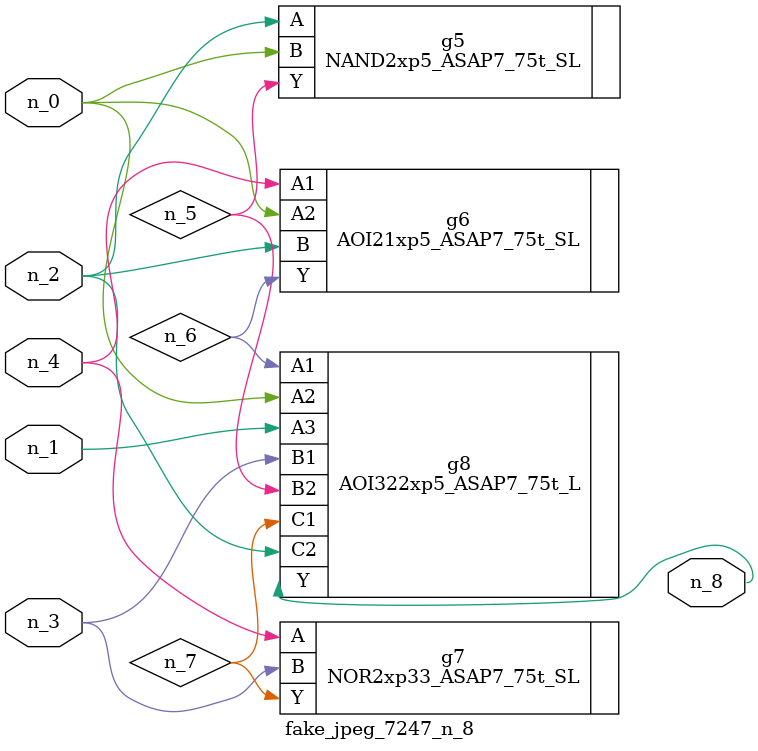
<source format=v>
module fake_jpeg_7247_n_8 (n_3, n_2, n_1, n_0, n_4, n_8);

input n_3;
input n_2;
input n_1;
input n_0;
input n_4;

output n_8;

wire n_6;
wire n_5;
wire n_7;

NAND2xp5_ASAP7_75t_SL g5 ( 
.A(n_2),
.B(n_0),
.Y(n_5)
);

AOI21xp5_ASAP7_75t_SL g6 ( 
.A1(n_4),
.A2(n_0),
.B(n_2),
.Y(n_6)
);

NOR2xp33_ASAP7_75t_SL g7 ( 
.A(n_4),
.B(n_3),
.Y(n_7)
);

AOI322xp5_ASAP7_75t_L g8 ( 
.A1(n_6),
.A2(n_0),
.A3(n_1),
.B1(n_3),
.B2(n_5),
.C1(n_7),
.C2(n_2),
.Y(n_8)
);


endmodule
</source>
